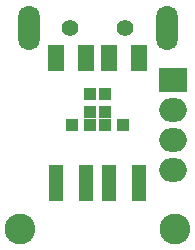
<source format=gts>
G04 #@! TF.FileFunction,Soldermask,Top*
%FSLAX45Y45*%
G04 Gerber Fmt 4.5, Leading zero omitted, Abs format (unit mm)*
G04 Created by KiCad (PCBNEW (after 2015-may-01 BZR unknown)-product) date 5/23/2015 03:28:49*
%MOMM*%
G01*
G04 APERTURE LIST*
%ADD10C,0.254000*%
%ADD11R,1.104800X1.054800*%
%ADD12R,2.336800X2.032000*%
%ADD13O,2.336800X2.032000*%
%ADD14R,1.054800X1.104800*%
%ADD15R,1.304800X3.104800*%
%ADD16C,2.604800*%
%ADD17R,1.397000X2.286000*%
%ADD18C,1.404800*%
%ADD19O,1.804800X3.804800*%
G04 APERTURE END LIST*
D10*
D11*
X9189300Y-9087000D03*
X9039300Y-9087000D03*
X9318700Y-9087000D03*
X9468700Y-9087000D03*
D12*
X9889000Y-8706000D03*
D13*
X9889000Y-8960000D03*
X9889000Y-9214000D03*
X9889000Y-9468000D03*
D14*
X9190500Y-8821500D03*
X9190500Y-8971500D03*
X9317500Y-8821500D03*
X9317500Y-8971500D03*
D15*
X9604000Y-9572000D03*
X9354000Y-9572000D03*
X9154000Y-9572000D03*
X8904000Y-9572000D03*
D16*
X8597000Y-9962000D03*
X9911000Y-9962000D03*
D17*
X8904000Y-8517000D03*
X9154000Y-8517000D03*
X9354000Y-8517000D03*
X9604000Y-8517000D03*
D18*
X9484000Y-8267000D03*
X9024000Y-8267000D03*
D19*
X8669000Y-8267000D03*
X9839000Y-8267000D03*
M02*

</source>
